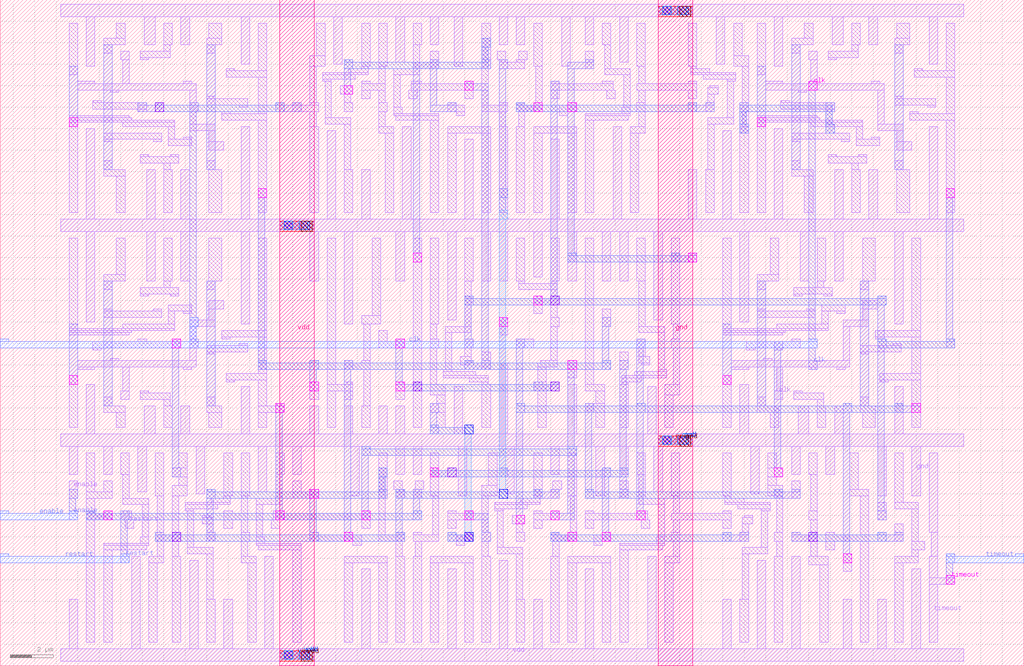
<source format=lef>
VERSION 5.7 ;
  NOWIREEXTENSIONATPIN ON ;
  DIVIDERCHAR "/" ;
  BUSBITCHARS "[]" ;
MACRO Watchdog
  CLASS BLOCK ;
  FOREIGN Watchdog ;
  ORIGIN 2.600 0.000 ;
  SIZE 47.600 BY 31.000 ;
  PIN vdd
    USE POWER ;
    PORT
      LAYER metal1 ;
        RECT 1.400 20.800 1.800 25.000 ;
        RECT 4.200 20.800 4.600 23.100 ;
        RECT 5.800 20.800 6.200 23.100 ;
        RECT 8.600 20.800 9.000 25.100 ;
        RECT 12.600 20.800 13.000 24.900 ;
        RECT 14.200 20.800 14.600 23.100 ;
        RECT 16.100 20.800 16.500 25.100 ;
        RECT 19.000 20.800 19.400 24.500 ;
        RECT 23.000 20.800 23.400 24.500 ;
        RECT 25.900 20.800 26.300 25.100 ;
        RECT 29.400 20.800 29.800 23.100 ;
        RECT 31.000 20.800 31.400 24.900 ;
        RECT 33.400 20.800 33.800 25.000 ;
        RECT 36.200 20.800 36.600 23.100 ;
        RECT 37.800 20.800 38.200 23.100 ;
        RECT 40.600 20.800 41.000 25.100 ;
        RECT 0.200 20.200 42.200 20.800 ;
        RECT 1.400 16.000 1.800 20.200 ;
        RECT 4.200 17.900 4.600 20.200 ;
        RECT 5.800 17.900 6.200 20.200 ;
        RECT 8.600 15.900 9.000 20.200 ;
        RECT 11.800 17.900 12.200 20.200 ;
        RECT 13.400 15.900 13.800 20.200 ;
        RECT 15.800 17.900 16.200 20.200 ;
        RECT 18.200 16.100 18.600 20.200 ;
        RECT 19.800 17.900 20.200 20.200 ;
        RECT 20.600 17.900 21.000 20.200 ;
        RECT 22.200 18.100 22.600 20.200 ;
        RECT 23.800 17.900 24.200 20.200 ;
        RECT 25.400 17.900 25.800 20.200 ;
        RECT 26.200 17.900 26.600 20.200 ;
        RECT 27.800 16.100 28.200 20.200 ;
        RECT 31.800 16.000 32.200 20.200 ;
        RECT 34.600 17.900 35.000 20.200 ;
        RECT 36.200 17.900 36.600 20.200 ;
        RECT 39.000 15.900 39.400 20.200 ;
        RECT 0.600 0.800 1.000 3.100 ;
        RECT 3.500 0.800 3.900 5.100 ;
        RECT 6.200 0.800 6.600 4.900 ;
        RECT 7.800 0.800 8.200 3.100 ;
        RECT 9.700 0.800 10.100 5.100 ;
        RECT 14.200 0.800 14.600 4.500 ;
        RECT 18.200 0.800 18.600 4.500 ;
        RECT 20.600 0.800 21.000 4.900 ;
        RECT 22.200 0.800 22.600 3.100 ;
        RECT 24.600 0.800 25.000 4.500 ;
        RECT 27.500 0.800 27.900 5.100 ;
        RECT 31.000 0.800 31.400 3.100 ;
        RECT 32.600 0.800 33.000 4.900 ;
        RECT 34.200 0.800 34.600 5.100 ;
        RECT 36.600 0.800 37.000 3.100 ;
        RECT 38.200 0.800 38.600 3.100 ;
        RECT 39.800 0.800 40.200 4.500 ;
        RECT 0.200 0.200 42.200 0.800 ;
      LAYER via1 ;
        RECT 10.600 20.300 11.000 20.700 ;
        RECT 11.300 20.300 11.700 20.700 ;
        RECT 10.600 0.300 11.000 0.700 ;
        RECT 11.300 0.300 11.700 0.700 ;
      LAYER metal2 ;
        RECT 10.400 20.300 12.000 20.700 ;
        RECT 10.400 0.300 12.000 0.700 ;
      LAYER via2 ;
        RECT 10.600 20.300 11.000 20.700 ;
        RECT 11.300 20.300 11.700 20.700 ;
        RECT 10.600 0.300 11.000 0.700 ;
        RECT 11.300 0.300 11.700 0.700 ;
      LAYER metal3 ;
        RECT 10.400 20.300 12.000 20.700 ;
        RECT 10.400 0.300 12.000 0.700 ;
      LAYER via3 ;
        RECT 10.600 20.300 11.000 20.700 ;
        RECT 11.400 20.300 11.800 20.700 ;
        RECT 10.600 0.300 11.000 0.700 ;
        RECT 11.400 0.300 11.800 0.700 ;
      LAYER metal4 ;
        RECT 10.400 20.300 12.000 20.700 ;
        RECT 10.400 0.300 12.000 0.700 ;
      LAYER via4 ;
        RECT 10.600 20.300 11.000 20.700 ;
        RECT 11.300 20.300 11.700 20.700 ;
        RECT 10.600 0.300 11.000 0.700 ;
        RECT 11.300 0.300 11.700 0.700 ;
      LAYER metal5 ;
        RECT 10.400 20.200 12.000 20.700 ;
        RECT 10.400 0.200 12.000 0.700 ;
      LAYER via5 ;
        RECT 11.400 20.200 11.900 20.700 ;
        RECT 11.400 0.200 11.900 0.700 ;
      LAYER metal6 ;
        RECT 10.400 0.000 12.000 31.000 ;
    END
  END vdd
  PIN gnd
    USE GROUND ;
    PORT
      LAYER metal1 ;
        RECT 0.200 30.200 42.200 30.800 ;
        RECT 1.400 27.900 1.800 30.200 ;
        RECT 4.100 28.900 4.600 30.200 ;
        RECT 5.800 28.900 6.200 30.200 ;
        RECT 8.600 28.000 9.000 30.200 ;
        RECT 12.900 28.000 13.300 30.200 ;
        RECT 15.800 28.100 16.200 30.200 ;
        RECT 17.400 28.900 17.800 30.200 ;
        RECT 18.500 27.900 18.900 30.200 ;
        RECT 20.600 28.900 21.000 30.200 ;
        RECT 21.400 28.900 21.800 30.200 ;
        RECT 23.500 27.900 23.900 30.200 ;
        RECT 24.600 28.900 25.000 30.200 ;
        RECT 26.200 28.100 26.600 30.200 ;
        RECT 30.700 28.000 31.100 30.200 ;
        RECT 33.400 27.900 33.800 30.200 ;
        RECT 36.100 28.900 36.600 30.200 ;
        RECT 37.800 28.900 38.200 30.200 ;
        RECT 40.600 28.000 41.000 30.200 ;
        RECT 1.400 10.800 1.800 13.100 ;
        RECT 4.100 10.800 4.600 12.100 ;
        RECT 5.800 10.800 6.200 12.100 ;
        RECT 8.600 10.800 9.000 13.000 ;
        RECT 11.800 10.800 12.200 12.100 ;
        RECT 13.400 10.800 13.800 12.100 ;
        RECT 15.000 10.800 15.400 12.100 ;
        RECT 15.800 10.800 16.200 12.100 ;
        RECT 18.500 10.800 18.900 13.000 ;
        RECT 20.600 10.800 21.000 14.100 ;
        RECT 23.800 10.800 24.200 13.100 ;
        RECT 27.500 10.800 27.900 13.000 ;
        RECT 31.800 10.800 32.200 13.100 ;
        RECT 34.500 10.800 35.000 12.100 ;
        RECT 36.200 10.800 36.600 12.100 ;
        RECT 39.000 10.800 39.400 13.000 ;
        RECT 0.200 10.200 42.200 10.800 ;
        RECT 0.600 8.900 1.000 10.200 ;
        RECT 2.200 8.900 2.600 10.200 ;
        RECT 3.800 8.100 4.200 10.200 ;
        RECT 6.500 8.000 6.900 10.200 ;
        RECT 9.400 8.100 9.800 10.200 ;
        RECT 11.000 8.900 11.400 10.200 ;
        RECT 13.700 7.900 14.100 10.200 ;
        RECT 15.800 8.900 16.200 10.200 ;
        RECT 16.600 8.900 17.000 10.200 ;
        RECT 18.700 7.900 19.100 10.200 ;
        RECT 20.900 8.000 21.300 10.200 ;
        RECT 23.000 8.900 23.400 10.200 ;
        RECT 25.100 7.900 25.500 10.200 ;
        RECT 26.200 8.900 26.600 10.200 ;
        RECT 27.800 8.100 28.200 10.200 ;
        RECT 32.300 8.000 32.700 10.200 ;
        RECT 34.200 8.900 34.600 10.200 ;
        RECT 35.800 8.900 36.200 10.200 ;
        RECT 38.200 7.900 38.600 10.200 ;
        RECT 39.800 7.900 40.200 10.200 ;
      LAYER via1 ;
        RECT 28.200 30.300 28.600 30.700 ;
        RECT 28.900 30.300 29.300 30.700 ;
        RECT 28.200 10.300 28.600 10.700 ;
        RECT 28.900 10.300 29.300 10.700 ;
      LAYER metal2 ;
        RECT 28.000 30.300 29.600 30.700 ;
        RECT 28.000 10.300 29.600 10.700 ;
      LAYER via2 ;
        RECT 28.200 30.300 28.600 30.700 ;
        RECT 28.900 30.300 29.300 30.700 ;
        RECT 28.200 10.300 28.600 10.700 ;
        RECT 28.900 10.300 29.300 10.700 ;
      LAYER metal3 ;
        RECT 28.000 30.300 29.600 30.700 ;
        RECT 28.000 10.300 29.600 10.700 ;
      LAYER via3 ;
        RECT 28.200 30.300 28.600 30.700 ;
        RECT 29.000 30.300 29.400 30.700 ;
        RECT 28.200 10.300 28.600 10.700 ;
        RECT 29.000 10.300 29.400 10.700 ;
      LAYER metal4 ;
        RECT 28.000 30.300 29.600 30.700 ;
        RECT 28.000 10.300 29.600 10.700 ;
      LAYER via4 ;
        RECT 28.200 30.300 28.600 30.700 ;
        RECT 28.900 30.300 29.300 30.700 ;
        RECT 28.200 10.300 28.600 10.700 ;
        RECT 28.900 10.300 29.300 10.700 ;
      LAYER metal5 ;
        RECT 28.000 30.200 29.600 30.700 ;
        RECT 28.000 10.200 29.600 10.700 ;
      LAYER via5 ;
        RECT 29.000 30.200 29.500 30.700 ;
        RECT 29.000 10.200 29.500 10.700 ;
      LAYER metal6 ;
        RECT 28.000 0.000 29.600 31.000 ;
    END
  END gnd
  PIN restart
    PORT
      LAYER metal1 ;
        RECT 3.000 6.800 3.500 7.200 ;
        RECT 3.200 6.400 3.600 6.800 ;
      LAYER metal2 ;
        RECT 3.000 6.800 3.400 7.200 ;
        RECT 3.000 5.200 3.300 6.800 ;
        RECT 3.000 4.800 3.400 5.200 ;
      LAYER metal3 ;
        RECT -2.600 5.100 -2.200 5.200 ;
        RECT 3.000 5.100 3.400 5.200 ;
        RECT -2.600 4.800 3.400 5.100 ;
    END
  END restart
  PIN enable
    PORT
      LAYER metal1 ;
        RECT 0.600 7.800 1.000 8.600 ;
      LAYER metal2 ;
        RECT 0.600 7.800 1.000 8.200 ;
        RECT 0.600 7.200 0.900 7.800 ;
        RECT 0.600 6.800 1.000 7.200 ;
      LAYER metal3 ;
        RECT -2.600 7.100 -2.200 7.200 ;
        RECT 0.600 7.100 1.000 7.200 ;
        RECT -2.600 6.800 1.000 7.100 ;
    END
  END enable
  PIN clk
    PORT
      LAYER metal1 ;
        RECT 3.000 28.200 3.400 28.600 ;
        RECT 35.000 28.200 35.400 28.600 ;
        RECT 1.000 27.100 1.800 27.200 ;
        RECT 3.100 27.100 3.400 28.200 ;
        RECT 35.100 27.200 35.400 28.200 ;
        RECT 5.900 27.100 6.300 27.200 ;
        RECT 33.000 27.100 33.800 27.200 ;
        RECT 35.000 27.100 35.400 27.200 ;
        RECT 37.900 27.100 38.300 27.200 ;
        RECT 1.000 26.800 6.500 27.100 ;
        RECT 33.000 26.800 38.500 27.100 ;
        RECT 2.500 26.700 2.900 26.800 ;
        RECT 6.200 26.200 6.500 26.800 ;
        RECT 34.500 26.700 34.900 26.800 ;
        RECT 6.200 25.800 6.600 26.200 ;
        RECT 6.200 25.200 6.500 25.800 ;
        RECT 38.200 25.200 38.500 26.800 ;
        RECT 6.200 24.900 7.400 25.200 ;
        RECT 38.200 24.900 39.400 25.200 ;
        RECT 7.100 24.400 7.400 24.900 ;
        RECT 39.100 24.400 39.400 24.900 ;
        RECT 7.100 24.000 7.800 24.400 ;
        RECT 39.100 24.000 39.800 24.400 ;
        RECT 7.100 16.600 7.800 17.000 ;
        RECT 37.500 16.600 38.200 17.000 ;
        RECT 7.100 16.100 7.400 16.600 ;
        RECT 37.500 16.100 37.800 16.600 ;
        RECT 6.200 15.800 7.400 16.100 ;
        RECT 36.600 15.800 37.800 16.100 ;
        RECT 6.200 15.200 6.500 15.800 ;
        RECT 6.200 14.800 6.600 15.200 ;
        RECT 2.500 14.200 2.900 14.300 ;
        RECT 6.200 14.200 6.500 14.800 ;
        RECT 32.900 14.200 33.300 14.300 ;
        RECT 36.600 14.200 36.900 15.800 ;
        RECT 1.000 13.900 6.500 14.200 ;
        RECT 31.400 13.900 36.900 14.200 ;
        RECT 1.000 13.800 1.800 13.900 ;
        RECT 3.100 12.800 3.400 13.900 ;
        RECT 5.900 13.800 6.300 13.900 ;
        RECT 31.400 13.800 32.200 13.900 ;
        RECT 33.500 12.800 33.800 13.900 ;
        RECT 35.000 13.800 35.400 13.900 ;
        RECT 36.300 13.800 36.700 13.900 ;
        RECT 3.000 12.400 3.400 12.800 ;
        RECT 33.400 12.400 33.800 12.800 ;
      LAYER via1 ;
        RECT 35.000 26.800 35.400 27.200 ;
      LAYER metal2 ;
        RECT 35.000 26.800 35.400 27.200 ;
        RECT 6.200 25.800 6.600 26.200 ;
        RECT 6.200 16.200 6.500 25.800 ;
        RECT 6.200 15.800 6.600 16.200 ;
        RECT 6.200 15.200 6.500 15.800 ;
        RECT 35.000 15.200 35.300 26.800 ;
        RECT 6.200 14.800 6.600 15.200 ;
        RECT 35.000 14.800 35.400 15.200 ;
        RECT 35.000 14.200 35.300 14.800 ;
        RECT 35.000 13.800 35.400 14.200 ;
      LAYER metal3 ;
        RECT 6.200 15.800 6.600 16.200 ;
        RECT -2.600 15.100 -2.200 15.200 ;
        RECT 6.200 15.100 6.500 15.800 ;
        RECT 35.000 15.100 35.400 15.200 ;
        RECT -2.600 14.800 35.400 15.100 ;
    END
  END clk
  PIN timeout
    PORT
      LAYER metal1 ;
        RECT 40.600 6.200 41.000 9.900 ;
        RECT 40.700 5.100 41.000 6.200 ;
        RECT 40.600 4.100 41.000 5.100 ;
        RECT 41.400 4.100 41.800 4.200 ;
        RECT 40.600 3.800 41.800 4.100 ;
        RECT 40.600 1.100 41.000 3.800 ;
      LAYER via1 ;
        RECT 41.400 3.800 41.800 4.200 ;
      LAYER metal2 ;
        RECT 41.400 4.800 41.800 5.200 ;
        RECT 41.400 4.200 41.700 4.800 ;
        RECT 41.400 3.800 41.800 4.200 ;
      LAYER metal3 ;
        RECT 41.400 5.100 41.800 5.200 ;
        RECT 44.600 5.100 45.000 5.200 ;
        RECT 41.400 4.800 45.000 5.100 ;
    END
  END timeout
  OBS
      LAYER metal1 ;
        RECT 0.600 27.500 1.000 29.900 ;
        RECT 2.800 29.200 3.200 29.900 ;
        RECT 2.200 28.900 3.200 29.200 ;
        RECT 5.000 28.900 5.400 29.900 ;
        RECT 7.100 29.200 7.700 29.900 ;
        RECT 7.000 28.900 7.700 29.200 ;
        RECT 2.200 28.500 2.600 28.900 ;
        RECT 5.000 28.600 5.300 28.900 ;
        RECT 3.900 28.300 5.300 28.600 ;
        RECT 7.000 28.500 7.400 28.900 ;
        RECT 3.900 28.200 4.300 28.300 ;
        RECT 7.900 27.700 8.300 27.800 ;
        RECT 9.400 27.700 9.800 29.900 ;
        RECT 12.100 28.400 12.500 29.900 ;
        RECT 7.900 27.400 9.800 27.700 ;
        RECT 7.000 26.400 7.400 26.500 ;
        RECT 1.700 26.200 2.100 26.300 ;
        RECT 1.700 25.900 4.200 26.200 ;
        RECT 7.000 26.100 8.900 26.400 ;
        RECT 8.500 26.000 8.900 26.100 ;
        RECT 3.800 25.800 4.200 25.900 ;
        RECT 7.700 25.700 8.100 25.800 ;
        RECT 9.400 25.700 9.800 27.400 ;
        RECT 11.800 27.900 12.500 28.400 ;
        RECT 14.200 27.900 14.600 29.900 ;
        RECT 15.000 27.900 15.400 29.900 ;
        RECT 16.600 28.900 17.000 29.900 ;
        RECT 11.800 26.200 12.100 27.900 ;
        RECT 14.200 27.800 14.500 27.900 ;
        RECT 13.600 27.600 14.500 27.800 ;
        RECT 12.400 27.500 14.500 27.600 ;
        RECT 12.400 27.300 13.900 27.500 ;
        RECT 12.400 27.200 12.800 27.300 ;
        RECT 11.000 26.100 11.400 26.200 ;
        RECT 11.800 26.100 12.200 26.200 ;
        RECT 11.000 25.800 12.200 26.100 ;
        RECT 0.600 25.500 3.400 25.600 ;
        RECT 0.600 25.400 3.500 25.500 ;
        RECT 7.700 25.400 9.800 25.700 ;
        RECT 0.600 25.300 5.500 25.400 ;
        RECT 0.600 21.100 1.000 25.300 ;
        RECT 3.100 25.100 5.500 25.300 ;
        RECT 2.200 24.500 4.900 24.800 ;
        RECT 2.200 24.400 2.600 24.500 ;
        RECT 4.500 24.400 4.900 24.500 ;
        RECT 5.200 24.500 5.500 25.100 ;
        RECT 5.900 24.500 6.300 24.600 ;
        RECT 5.200 24.200 6.300 24.500 ;
        RECT 3.900 23.700 4.300 23.800 ;
        RECT 5.300 23.700 5.700 23.800 ;
        RECT 2.200 23.100 2.600 23.500 ;
        RECT 3.900 23.400 5.700 23.700 ;
        RECT 5.000 23.100 5.300 23.400 ;
        RECT 7.000 23.100 7.400 23.500 ;
        RECT 2.200 22.800 3.200 23.100 ;
        RECT 2.800 21.100 3.200 22.800 ;
        RECT 5.000 21.100 5.400 23.100 ;
        RECT 7.100 21.100 7.700 23.100 ;
        RECT 9.400 21.100 9.800 25.400 ;
        RECT 11.800 25.100 12.100 25.800 ;
        RECT 12.500 25.500 12.800 27.200 ;
        RECT 14.200 27.100 14.600 27.200 ;
        RECT 15.000 27.100 15.300 27.900 ;
        RECT 16.600 27.800 16.900 28.900 ;
        RECT 17.400 27.800 17.800 28.600 ;
        RECT 19.800 27.800 20.200 29.900 ;
        RECT 20.500 28.200 20.900 28.600 ;
        RECT 21.500 28.200 21.900 28.600 ;
        RECT 20.600 28.100 21.000 28.200 ;
        RECT 21.400 28.100 21.800 28.200 ;
        RECT 20.600 27.800 21.800 28.100 ;
        RECT 22.200 27.900 22.600 29.900 ;
        RECT 25.400 28.900 25.800 29.900 ;
        RECT 13.200 26.600 13.800 27.000 ;
        RECT 14.200 26.800 15.300 27.100 ;
        RECT 13.400 26.200 13.700 26.600 ;
        RECT 14.200 26.400 14.600 26.800 ;
        RECT 15.000 26.200 15.300 26.800 ;
        RECT 15.700 27.500 16.900 27.800 ;
        RECT 13.400 25.800 13.800 26.200 ;
        RECT 15.000 25.800 15.400 26.200 ;
        RECT 15.700 26.000 16.000 27.500 ;
        RECT 16.500 27.100 17.000 27.200 ;
        RECT 19.000 27.100 19.400 27.200 ;
        RECT 16.500 26.800 19.400 27.100 ;
        RECT 16.400 26.400 16.800 26.800 ;
        RECT 19.000 26.400 19.400 26.800 ;
        RECT 18.200 26.100 18.600 26.200 ;
        RECT 19.800 26.100 20.100 27.800 ;
        RECT 22.300 26.200 22.600 27.900 ;
        RECT 24.600 27.800 25.000 28.600 ;
        RECT 25.500 27.800 25.800 28.900 ;
        RECT 27.000 27.900 27.400 29.900 ;
        RECT 29.400 27.900 29.800 29.900 ;
        RECT 31.500 28.400 31.900 29.900 ;
        RECT 31.500 27.900 32.200 28.400 ;
        RECT 25.500 27.500 26.700 27.800 ;
        RECT 23.000 27.100 23.400 27.200 ;
        RECT 25.400 27.100 25.900 27.200 ;
        RECT 23.000 26.800 25.900 27.100 ;
        RECT 23.000 26.400 23.400 26.800 ;
        RECT 25.600 26.400 26.000 26.800 ;
        RECT 20.600 26.100 21.000 26.200 ;
        RECT 12.500 25.200 13.700 25.500 ;
        RECT 11.800 21.100 12.200 25.100 ;
        RECT 13.400 23.100 13.700 25.200 ;
        RECT 15.000 25.100 15.300 25.800 ;
        RECT 15.700 25.700 16.100 26.000 ;
        RECT 18.200 25.800 19.000 26.100 ;
        RECT 19.800 25.800 21.000 26.100 ;
        RECT 21.400 26.100 21.800 26.200 ;
        RECT 22.200 26.100 22.600 26.200 ;
        RECT 23.800 26.100 24.200 26.200 ;
        RECT 21.400 25.800 22.600 26.100 ;
        RECT 23.400 25.800 24.200 26.100 ;
        RECT 26.400 26.000 26.700 27.500 ;
        RECT 27.100 27.100 27.400 27.900 ;
        RECT 29.500 27.800 29.800 27.900 ;
        RECT 29.500 27.600 30.400 27.800 ;
        RECT 29.500 27.500 31.600 27.600 ;
        RECT 30.100 27.300 31.600 27.500 ;
        RECT 31.200 27.200 31.600 27.300 ;
        RECT 29.400 27.100 29.800 27.200 ;
        RECT 27.000 26.800 29.800 27.100 ;
        RECT 30.400 26.900 30.800 27.000 ;
        RECT 27.100 26.200 27.400 26.800 ;
        RECT 29.400 26.400 29.800 26.800 ;
        RECT 30.300 26.600 30.800 26.900 ;
        RECT 30.300 26.200 30.600 26.600 ;
        RECT 15.700 25.600 17.800 25.700 ;
        RECT 18.600 25.600 19.000 25.800 ;
        RECT 15.800 25.400 17.800 25.600 ;
        RECT 15.000 24.800 15.700 25.100 ;
        RECT 13.400 21.100 13.800 23.100 ;
        RECT 15.300 21.100 15.700 24.800 ;
        RECT 17.400 21.100 17.800 25.400 ;
        RECT 20.600 25.100 20.900 25.800 ;
        RECT 21.500 25.100 21.800 25.800 ;
        RECT 23.400 25.600 23.800 25.800 ;
        RECT 26.300 25.700 26.700 26.000 ;
        RECT 27.000 25.800 27.400 26.200 ;
        RECT 30.200 25.800 30.600 26.200 ;
        RECT 24.600 25.600 26.700 25.700 ;
        RECT 24.600 25.400 26.600 25.600 ;
        RECT 18.200 24.800 20.200 25.100 ;
        RECT 18.200 21.100 18.600 24.800 ;
        RECT 19.800 21.100 20.200 24.800 ;
        RECT 20.600 21.100 21.000 25.100 ;
        RECT 21.400 21.100 21.800 25.100 ;
        RECT 22.200 24.800 24.200 25.100 ;
        RECT 22.200 21.100 22.600 24.800 ;
        RECT 23.800 21.100 24.200 24.800 ;
        RECT 24.600 21.100 25.000 25.400 ;
        RECT 27.100 25.100 27.400 25.800 ;
        RECT 31.200 25.500 31.500 27.200 ;
        RECT 31.900 26.200 32.200 27.900 ;
        RECT 32.600 27.500 33.000 29.900 ;
        RECT 34.800 29.200 35.200 29.900 ;
        RECT 34.200 28.900 35.200 29.200 ;
        RECT 37.000 28.900 37.400 29.900 ;
        RECT 39.100 29.200 39.700 29.900 ;
        RECT 39.000 28.900 39.700 29.200 ;
        RECT 34.200 28.500 34.600 28.900 ;
        RECT 37.000 28.600 37.300 28.900 ;
        RECT 35.900 28.300 37.300 28.600 ;
        RECT 39.000 28.500 39.400 28.900 ;
        RECT 35.900 28.200 36.300 28.300 ;
        RECT 39.900 27.700 40.300 27.800 ;
        RECT 41.400 27.700 41.800 29.900 ;
        RECT 39.900 27.400 41.800 27.700 ;
        RECT 39.000 26.400 39.400 26.500 ;
        RECT 31.800 25.800 32.200 26.200 ;
        RECT 33.700 26.200 34.100 26.300 ;
        RECT 33.700 25.900 36.200 26.200 ;
        RECT 39.000 26.100 40.900 26.400 ;
        RECT 40.500 26.000 40.900 26.100 ;
        RECT 35.800 25.800 36.200 25.900 ;
        RECT 26.700 24.800 27.400 25.100 ;
        RECT 30.300 25.200 31.500 25.500 ;
        RECT 26.700 21.100 27.100 24.800 ;
        RECT 30.300 23.100 30.600 25.200 ;
        RECT 31.900 25.100 32.200 25.800 ;
        RECT 39.700 25.700 40.100 25.800 ;
        RECT 41.400 25.700 41.800 27.400 ;
        RECT 30.200 21.100 30.600 23.100 ;
        RECT 31.800 21.100 32.200 25.100 ;
        RECT 32.600 25.500 35.400 25.600 ;
        RECT 32.600 25.400 35.500 25.500 ;
        RECT 39.700 25.400 41.800 25.700 ;
        RECT 32.600 25.300 37.500 25.400 ;
        RECT 32.600 21.100 33.000 25.300 ;
        RECT 35.100 25.100 37.500 25.300 ;
        RECT 34.200 24.500 36.900 24.800 ;
        RECT 34.200 24.400 34.600 24.500 ;
        RECT 36.500 24.400 36.900 24.500 ;
        RECT 37.200 24.500 37.500 25.100 ;
        RECT 37.900 24.500 38.300 24.600 ;
        RECT 37.200 24.200 38.300 24.500 ;
        RECT 35.900 23.700 36.300 23.800 ;
        RECT 37.300 23.700 37.700 23.800 ;
        RECT 34.200 23.100 34.600 23.500 ;
        RECT 35.900 23.400 37.700 23.700 ;
        RECT 37.000 23.100 37.300 23.400 ;
        RECT 39.000 23.100 39.400 23.500 ;
        RECT 34.200 22.800 35.200 23.100 ;
        RECT 34.800 21.100 35.200 22.800 ;
        RECT 37.000 21.100 37.400 23.100 ;
        RECT 39.100 21.100 39.700 23.100 ;
        RECT 41.400 21.100 41.800 25.400 ;
        RECT 0.600 15.700 1.000 19.900 ;
        RECT 2.800 18.200 3.200 19.900 ;
        RECT 2.200 17.900 3.200 18.200 ;
        RECT 5.000 17.900 5.400 19.900 ;
        RECT 7.100 17.900 7.700 19.900 ;
        RECT 2.200 17.500 2.600 17.900 ;
        RECT 5.000 17.600 5.300 17.900 ;
        RECT 3.900 17.300 5.700 17.600 ;
        RECT 7.000 17.500 7.400 17.900 ;
        RECT 3.900 17.200 4.300 17.300 ;
        RECT 5.300 17.200 5.700 17.300 ;
        RECT 2.200 16.500 2.600 16.600 ;
        RECT 4.500 16.500 4.900 16.600 ;
        RECT 2.200 16.200 4.900 16.500 ;
        RECT 5.200 16.500 6.300 16.800 ;
        RECT 5.200 15.900 5.500 16.500 ;
        RECT 5.900 16.400 6.300 16.500 ;
        RECT 3.100 15.700 5.500 15.900 ;
        RECT 0.600 15.600 5.500 15.700 ;
        RECT 9.400 15.600 9.800 19.900 ;
        RECT 0.600 15.500 3.500 15.600 ;
        RECT 0.600 15.400 3.400 15.500 ;
        RECT 7.700 15.300 9.800 15.600 ;
        RECT 7.700 15.200 8.100 15.300 ;
        RECT 3.800 15.100 4.200 15.200 ;
        RECT 5.400 15.100 5.800 15.200 ;
        RECT 1.700 14.800 5.800 15.100 ;
        RECT 8.500 14.900 8.900 15.000 ;
        RECT 1.700 14.700 2.100 14.800 ;
        RECT 7.000 14.600 8.900 14.900 ;
        RECT 7.000 14.500 7.400 14.600 ;
        RECT 9.400 13.600 9.800 15.300 ;
        RECT 0.600 11.100 1.000 13.500 ;
        RECT 7.900 13.300 9.800 13.600 ;
        RECT 7.900 13.200 8.300 13.300 ;
        RECT 3.900 12.700 4.300 12.800 ;
        RECT 2.200 12.100 2.600 12.500 ;
        RECT 3.900 12.400 5.300 12.700 ;
        RECT 5.000 12.100 5.300 12.400 ;
        RECT 7.000 12.100 7.400 12.500 ;
        RECT 9.400 12.100 9.800 13.300 ;
        RECT 11.800 12.400 12.200 13.200 ;
        RECT 12.600 13.100 13.000 19.900 ;
        RECT 14.700 16.300 15.100 19.900 ;
        RECT 14.200 15.900 15.100 16.300 ;
        RECT 14.300 14.200 14.600 15.900 ;
        RECT 15.000 15.100 15.400 15.600 ;
        RECT 15.800 15.100 16.200 15.200 ;
        RECT 15.000 14.800 16.200 15.100 ;
        RECT 13.400 14.100 13.800 14.200 ;
        RECT 14.200 14.100 14.600 14.200 ;
        RECT 13.400 13.800 14.600 14.100 ;
        RECT 13.400 13.100 13.800 13.200 ;
        RECT 12.600 12.800 13.800 13.100 ;
        RECT 10.200 12.100 10.600 12.200 ;
        RECT 2.200 11.800 3.200 12.100 ;
        RECT 2.800 11.100 3.200 11.800 ;
        RECT 5.000 11.100 5.400 12.100 ;
        RECT 7.000 11.800 7.700 12.100 ;
        RECT 7.100 11.100 7.700 11.800 ;
        RECT 9.400 11.800 10.600 12.100 ;
        RECT 9.400 11.100 9.800 11.800 ;
        RECT 12.600 11.100 13.000 12.800 ;
        RECT 13.400 12.400 13.800 12.800 ;
        RECT 14.300 12.100 14.600 13.800 ;
        RECT 15.800 12.400 16.200 13.200 ;
        RECT 14.200 11.100 14.600 12.100 ;
        RECT 16.600 11.100 17.000 19.900 ;
        RECT 17.400 15.900 17.800 19.900 ;
        RECT 19.000 17.900 19.400 19.900 ;
        RECT 21.400 17.900 21.800 19.900 ;
        RECT 17.400 15.200 17.700 15.900 ;
        RECT 19.000 15.800 19.300 17.900 ;
        RECT 21.500 17.800 21.800 17.900 ;
        RECT 23.000 17.900 23.400 19.900 ;
        RECT 23.000 17.800 23.300 17.900 ;
        RECT 21.500 17.500 23.300 17.800 ;
        RECT 22.200 16.400 22.600 17.200 ;
        RECT 23.000 16.200 23.300 17.500 ;
        RECT 18.100 15.500 19.300 15.800 ;
        RECT 17.400 14.800 17.800 15.200 ;
        RECT 17.400 13.100 17.700 14.800 ;
        RECT 18.100 13.800 18.400 15.500 ;
        RECT 20.600 15.400 21.000 16.200 ;
        RECT 23.000 15.800 23.400 16.200 ;
        RECT 19.000 14.800 19.400 15.200 ;
        RECT 21.400 14.800 22.200 15.200 ;
        RECT 19.000 14.400 19.300 14.800 ;
        RECT 18.800 14.100 19.300 14.400 ;
        RECT 18.800 14.000 19.200 14.100 ;
        RECT 19.800 13.800 20.200 14.600 ;
        RECT 23.000 14.200 23.300 15.800 ;
        RECT 22.500 14.100 23.300 14.200 ;
        RECT 22.400 13.900 23.300 14.100 ;
        RECT 18.000 13.700 18.400 13.800 ;
        RECT 18.000 13.500 19.500 13.700 ;
        RECT 18.000 13.400 20.100 13.500 ;
        RECT 19.200 13.200 20.100 13.400 ;
        RECT 22.400 13.200 22.800 13.900 ;
        RECT 23.800 13.400 24.200 14.200 ;
        RECT 19.800 13.100 20.100 13.200 ;
        RECT 17.400 12.600 18.100 13.100 ;
        RECT 17.700 12.200 18.100 12.600 ;
        RECT 17.400 11.800 18.100 12.200 ;
        RECT 17.700 11.100 18.100 11.800 ;
        RECT 19.800 11.100 20.200 13.100 ;
        RECT 22.200 12.800 22.800 13.200 ;
        RECT 24.600 13.100 25.000 19.900 ;
        RECT 27.000 17.900 27.400 19.900 ;
        RECT 25.400 15.800 25.800 16.600 ;
        RECT 27.100 15.800 27.400 17.900 ;
        RECT 28.600 19.100 29.000 19.900 ;
        RECT 29.400 19.100 29.800 19.200 ;
        RECT 28.600 18.800 29.800 19.100 ;
        RECT 28.600 15.900 29.000 18.800 ;
        RECT 27.100 15.500 28.300 15.800 ;
        RECT 27.000 14.800 27.400 15.200 ;
        RECT 26.200 13.800 26.600 14.600 ;
        RECT 27.100 14.400 27.400 14.800 ;
        RECT 27.100 14.100 27.600 14.400 ;
        RECT 27.200 14.000 27.600 14.100 ;
        RECT 28.000 13.800 28.300 15.500 ;
        RECT 28.700 15.200 29.000 15.900 ;
        RECT 31.000 15.700 31.400 19.900 ;
        RECT 33.200 18.200 33.600 19.900 ;
        RECT 32.600 17.900 33.600 18.200 ;
        RECT 35.400 17.900 35.800 19.900 ;
        RECT 37.500 17.900 38.100 19.900 ;
        RECT 32.600 17.500 33.000 17.900 ;
        RECT 35.400 17.600 35.700 17.900 ;
        RECT 34.300 17.300 36.100 17.600 ;
        RECT 37.400 17.500 37.800 17.900 ;
        RECT 34.300 17.200 34.700 17.300 ;
        RECT 35.700 17.200 36.100 17.300 ;
        RECT 32.600 16.500 33.000 16.600 ;
        RECT 34.900 16.500 35.300 16.600 ;
        RECT 32.600 16.200 35.300 16.500 ;
        RECT 35.600 16.500 36.700 16.800 ;
        RECT 35.600 15.900 35.900 16.500 ;
        RECT 36.300 16.400 36.700 16.500 ;
        RECT 33.500 15.700 35.900 15.900 ;
        RECT 31.000 15.600 35.900 15.700 ;
        RECT 39.800 15.600 40.200 19.900 ;
        RECT 31.000 15.500 33.900 15.600 ;
        RECT 31.000 15.400 33.800 15.500 ;
        RECT 38.100 15.300 40.200 15.600 ;
        RECT 38.100 15.200 38.500 15.300 ;
        RECT 28.600 14.800 29.000 15.200 ;
        RECT 34.200 15.100 34.600 15.200 ;
        RECT 28.000 13.700 28.400 13.800 ;
        RECT 26.900 13.500 28.400 13.700 ;
        RECT 26.300 13.400 28.400 13.500 ;
        RECT 26.300 13.200 27.200 13.400 ;
        RECT 26.300 13.100 26.600 13.200 ;
        RECT 28.700 13.100 29.000 14.800 ;
        RECT 32.100 14.800 34.600 15.100 ;
        RECT 38.900 14.900 39.300 15.000 ;
        RECT 32.100 14.700 32.500 14.800 ;
        RECT 33.400 14.700 33.800 14.800 ;
        RECT 37.400 14.600 39.300 14.900 ;
        RECT 37.400 14.500 37.800 14.600 ;
        RECT 39.800 13.600 40.200 15.300 ;
        RECT 24.600 12.800 25.500 13.100 ;
        RECT 22.400 11.100 22.800 12.800 ;
        RECT 25.100 12.200 25.500 12.800 ;
        RECT 24.600 11.800 25.500 12.200 ;
        RECT 25.100 11.100 25.500 11.800 ;
        RECT 26.200 11.100 26.600 13.100 ;
        RECT 28.300 12.600 29.000 13.100 ;
        RECT 28.300 11.100 28.700 12.600 ;
        RECT 31.000 11.100 31.400 13.500 ;
        RECT 38.300 13.300 40.200 13.600 ;
        RECT 38.300 13.200 38.700 13.300 ;
        RECT 34.300 12.700 34.700 12.800 ;
        RECT 32.600 12.100 33.000 12.500 ;
        RECT 34.300 12.400 35.700 12.700 ;
        RECT 35.400 12.100 35.700 12.400 ;
        RECT 37.400 12.100 37.800 12.500 ;
        RECT 32.600 11.800 33.600 12.100 ;
        RECT 33.200 11.100 33.600 11.800 ;
        RECT 35.400 11.100 35.800 12.100 ;
        RECT 37.400 11.800 38.100 12.100 ;
        RECT 37.500 11.100 38.100 11.800 ;
        RECT 39.800 11.100 40.200 13.300 ;
        RECT 1.400 8.100 1.800 9.900 ;
        RECT 3.000 8.900 3.400 9.900 ;
        RECT 2.200 8.100 2.600 8.600 ;
        RECT 1.400 7.800 2.600 8.100 ;
        RECT 3.100 7.800 3.400 8.900 ;
        RECT 4.600 7.900 5.000 9.900 ;
        RECT 5.700 9.200 6.100 9.900 ;
        RECT 5.400 8.800 6.100 9.200 ;
        RECT 5.700 8.400 6.100 8.800 ;
        RECT 1.400 7.100 1.800 7.800 ;
        RECT 3.100 7.500 4.300 7.800 ;
        RECT 2.200 7.100 2.600 7.200 ;
        RECT 1.400 6.800 2.600 7.100 ;
        RECT 1.400 1.100 1.800 6.800 ;
        RECT 4.000 6.000 4.300 7.500 ;
        RECT 4.700 6.200 5.000 7.900 ;
        RECT 3.900 5.700 4.300 6.000 ;
        RECT 4.600 5.800 5.000 6.200 ;
        RECT 2.200 5.600 4.300 5.700 ;
        RECT 2.200 5.400 4.200 5.600 ;
        RECT 2.200 1.100 2.600 5.400 ;
        RECT 4.700 5.100 5.000 5.800 ;
        RECT 4.300 4.800 5.000 5.100 ;
        RECT 5.400 7.900 6.100 8.400 ;
        RECT 7.800 7.900 8.200 9.900 ;
        RECT 8.600 7.900 9.000 9.900 ;
        RECT 10.200 8.900 10.600 9.900 ;
        RECT 5.400 6.200 5.700 7.900 ;
        RECT 7.800 7.800 8.100 7.900 ;
        RECT 7.200 7.600 8.100 7.800 ;
        RECT 6.000 7.500 8.100 7.600 ;
        RECT 6.000 7.300 7.500 7.500 ;
        RECT 6.000 7.200 6.400 7.300 ;
        RECT 5.400 5.800 5.800 6.200 ;
        RECT 5.400 5.100 5.700 5.800 ;
        RECT 6.100 5.500 6.400 7.200 ;
        RECT 7.800 7.100 8.200 7.200 ;
        RECT 8.600 7.100 8.900 7.900 ;
        RECT 10.200 7.800 10.500 8.900 ;
        RECT 11.000 8.100 11.400 8.600 ;
        RECT 11.800 8.100 12.200 8.200 ;
        RECT 11.000 7.800 12.200 8.100 ;
        RECT 15.000 7.800 15.400 9.900 ;
        RECT 15.700 8.200 16.100 8.600 ;
        RECT 16.700 8.200 17.100 8.600 ;
        RECT 15.800 7.800 16.200 8.200 ;
        RECT 16.600 7.800 17.000 8.200 ;
        RECT 17.400 7.900 17.800 9.900 ;
        RECT 20.100 8.400 20.500 9.900 ;
        RECT 6.800 6.900 7.200 7.000 ;
        RECT 6.800 6.600 7.300 6.900 ;
        RECT 7.000 6.200 7.300 6.600 ;
        RECT 7.800 6.800 8.900 7.100 ;
        RECT 7.800 6.400 8.200 6.800 ;
        RECT 8.600 6.200 8.900 6.800 ;
        RECT 9.300 7.500 10.500 7.800 ;
        RECT 7.000 5.800 7.400 6.200 ;
        RECT 8.600 5.800 9.000 6.200 ;
        RECT 9.300 6.000 9.600 7.500 ;
        RECT 10.100 7.100 10.600 7.200 ;
        RECT 14.200 7.100 14.600 7.200 ;
        RECT 10.100 6.800 14.600 7.100 ;
        RECT 10.000 6.400 10.400 6.800 ;
        RECT 14.200 6.400 14.600 6.800 ;
        RECT 11.800 6.100 12.200 6.200 ;
        RECT 13.400 6.100 13.800 6.200 ;
        RECT 15.000 6.100 15.300 7.800 ;
        RECT 15.800 6.100 16.200 6.200 ;
        RECT 6.100 5.200 7.300 5.500 ;
        RECT 4.300 1.100 4.700 4.800 ;
        RECT 5.400 1.100 5.800 5.100 ;
        RECT 7.000 3.100 7.300 5.200 ;
        RECT 8.600 5.100 8.900 5.800 ;
        RECT 9.300 5.700 9.700 6.000 ;
        RECT 11.800 5.800 14.200 6.100 ;
        RECT 15.000 5.800 16.200 6.100 ;
        RECT 16.600 6.100 17.000 6.200 ;
        RECT 17.500 6.100 17.800 7.900 ;
        RECT 19.800 7.900 20.500 8.400 ;
        RECT 22.200 7.900 22.600 9.900 ;
        RECT 23.100 8.200 23.500 8.600 ;
        RECT 18.200 7.100 18.600 7.200 ;
        RECT 19.000 7.100 19.400 7.200 ;
        RECT 18.200 6.800 19.400 7.100 ;
        RECT 18.200 6.400 18.600 6.800 ;
        RECT 19.800 6.200 20.100 7.900 ;
        RECT 22.200 7.800 22.500 7.900 ;
        RECT 23.000 7.800 23.400 8.200 ;
        RECT 23.800 7.900 24.200 9.900 ;
        RECT 27.000 8.900 27.400 9.900 ;
        RECT 21.600 7.600 22.500 7.800 ;
        RECT 20.400 7.500 22.500 7.600 ;
        RECT 20.400 7.300 21.900 7.500 ;
        RECT 20.400 7.200 20.800 7.300 ;
        RECT 19.000 6.100 19.400 6.200 ;
        RECT 16.600 5.800 17.800 6.100 ;
        RECT 18.600 5.800 19.400 6.100 ;
        RECT 19.800 5.800 20.200 6.200 ;
        RECT 9.300 5.600 11.400 5.700 ;
        RECT 13.800 5.600 14.200 5.800 ;
        RECT 9.400 5.400 11.400 5.600 ;
        RECT 8.600 4.800 9.300 5.100 ;
        RECT 7.000 1.100 7.400 3.100 ;
        RECT 8.900 1.100 9.300 4.800 ;
        RECT 11.000 1.100 11.400 5.400 ;
        RECT 15.800 5.100 16.100 5.800 ;
        RECT 16.700 5.100 17.000 5.800 ;
        RECT 18.600 5.600 19.000 5.800 ;
        RECT 19.800 5.100 20.100 5.800 ;
        RECT 20.500 5.500 20.800 7.200 ;
        RECT 22.200 7.100 22.600 7.200 ;
        RECT 23.000 7.100 23.400 7.200 ;
        RECT 21.200 6.600 21.800 7.000 ;
        RECT 22.200 6.800 23.400 7.100 ;
        RECT 21.400 6.200 21.700 6.600 ;
        RECT 22.200 6.400 22.600 6.800 ;
        RECT 23.900 6.200 24.200 7.900 ;
        RECT 26.200 7.800 26.600 8.600 ;
        RECT 27.100 7.800 27.400 8.900 ;
        RECT 28.600 7.900 29.000 9.900 ;
        RECT 31.000 7.900 31.400 9.900 ;
        RECT 33.100 9.200 33.500 9.900 ;
        RECT 33.100 8.800 33.800 9.200 ;
        RECT 35.000 8.900 35.400 9.900 ;
        RECT 33.100 8.400 33.500 8.800 ;
        RECT 33.100 7.900 33.800 8.400 ;
        RECT 27.100 7.500 28.300 7.800 ;
        RECT 24.600 7.100 25.000 7.200 ;
        RECT 27.000 7.100 27.500 7.200 ;
        RECT 24.600 6.800 27.500 7.100 ;
        RECT 24.600 6.400 25.000 6.800 ;
        RECT 27.200 6.400 27.600 6.800 ;
        RECT 21.400 5.800 21.800 6.200 ;
        RECT 23.000 6.100 23.400 6.200 ;
        RECT 23.800 6.100 24.200 6.200 ;
        RECT 25.400 6.100 25.800 6.200 ;
        RECT 23.000 5.800 24.200 6.100 ;
        RECT 25.000 5.800 25.800 6.100 ;
        RECT 28.000 6.000 28.300 7.500 ;
        RECT 28.700 7.100 29.000 7.900 ;
        RECT 31.100 7.800 31.400 7.900 ;
        RECT 31.100 7.600 32.000 7.800 ;
        RECT 31.100 7.500 33.200 7.600 ;
        RECT 31.700 7.300 33.200 7.500 ;
        RECT 32.800 7.200 33.200 7.300 ;
        RECT 31.000 7.100 31.400 7.200 ;
        RECT 28.600 6.800 31.400 7.100 ;
        RECT 32.000 6.900 32.400 7.000 ;
        RECT 28.700 6.200 29.000 6.800 ;
        RECT 31.000 6.400 31.400 6.800 ;
        RECT 31.900 6.600 32.400 6.900 ;
        RECT 31.900 6.200 32.200 6.600 ;
        RECT 20.500 5.200 21.700 5.500 ;
        RECT 13.400 4.800 15.400 5.100 ;
        RECT 13.400 1.100 13.800 4.800 ;
        RECT 15.000 1.100 15.400 4.800 ;
        RECT 15.800 1.100 16.200 5.100 ;
        RECT 16.600 1.100 17.000 5.100 ;
        RECT 17.400 4.800 19.400 5.100 ;
        RECT 17.400 1.100 17.800 4.800 ;
        RECT 19.000 1.100 19.400 4.800 ;
        RECT 19.800 1.100 20.200 5.100 ;
        RECT 21.400 3.100 21.700 5.200 ;
        RECT 23.100 5.100 23.400 5.800 ;
        RECT 25.000 5.600 25.400 5.800 ;
        RECT 27.900 5.700 28.300 6.000 ;
        RECT 28.600 5.800 29.000 6.200 ;
        RECT 31.800 5.800 32.200 6.200 ;
        RECT 26.200 5.600 28.300 5.700 ;
        RECT 26.200 5.400 28.200 5.600 ;
        RECT 21.400 1.100 21.800 3.100 ;
        RECT 23.000 1.100 23.400 5.100 ;
        RECT 23.800 4.800 25.800 5.100 ;
        RECT 23.800 1.100 24.200 4.800 ;
        RECT 25.400 1.100 25.800 4.800 ;
        RECT 26.200 1.100 26.600 5.400 ;
        RECT 28.700 5.100 29.000 5.800 ;
        RECT 32.800 5.500 33.100 7.200 ;
        RECT 33.500 6.200 33.800 7.900 ;
        RECT 34.200 7.800 34.600 8.600 ;
        RECT 35.100 7.200 35.400 8.900 ;
        RECT 36.900 8.200 37.300 9.900 ;
        RECT 36.900 7.900 37.800 8.200 ;
        RECT 35.000 6.800 35.400 7.200 ;
        RECT 33.400 5.800 33.800 6.200 ;
        RECT 34.200 6.100 34.600 6.200 ;
        RECT 35.100 6.100 35.400 6.800 ;
        RECT 34.200 5.800 35.400 6.100 ;
        RECT 28.300 4.800 29.000 5.100 ;
        RECT 31.900 5.200 33.100 5.500 ;
        RECT 28.300 1.100 28.700 4.800 ;
        RECT 31.900 3.100 32.200 5.200 ;
        RECT 33.500 5.100 33.800 5.800 ;
        RECT 35.100 5.100 35.400 5.800 ;
        RECT 35.800 6.100 36.200 6.200 ;
        RECT 37.400 6.100 37.800 7.900 ;
        RECT 39.000 7.600 39.400 9.900 ;
        RECT 38.200 6.800 38.600 7.600 ;
        RECT 39.000 7.300 40.100 7.600 ;
        RECT 35.800 5.800 37.800 6.100 ;
        RECT 39.000 5.800 39.400 6.600 ;
        RECT 39.800 5.800 40.100 7.300 ;
        RECT 35.800 5.400 36.200 5.800 ;
        RECT 31.800 1.100 32.200 3.100 ;
        RECT 33.400 1.100 33.800 5.100 ;
        RECT 35.000 4.700 35.900 5.100 ;
        RECT 35.500 1.100 35.900 4.700 ;
        RECT 36.600 4.400 37.000 5.200 ;
        RECT 37.400 1.100 37.800 5.800 ;
        RECT 39.800 5.400 40.400 5.800 ;
        RECT 39.800 5.100 40.100 5.400 ;
        RECT 39.000 4.800 40.100 5.100 ;
        RECT 39.000 1.100 39.400 4.800 ;
      LAYER via1 ;
        RECT 0.600 25.100 1.000 25.500 ;
        RECT 9.400 21.800 9.800 22.200 ;
        RECT 13.400 26.600 13.800 27.000 ;
        RECT 19.000 26.800 19.400 27.200 ;
        RECT 22.200 25.800 22.600 26.200 ;
        RECT 23.800 25.800 24.200 26.200 ;
        RECT 32.600 25.100 33.000 25.500 ;
        RECT 41.400 21.800 41.800 22.200 ;
        RECT 5.400 14.800 5.800 15.200 ;
        RECT 0.600 13.100 1.000 13.500 ;
        RECT 11.800 12.800 12.200 13.200 ;
        RECT 16.600 18.800 17.000 19.200 ;
        RECT 15.800 14.800 16.200 15.200 ;
        RECT 10.200 11.800 10.600 12.200 ;
        RECT 15.800 12.800 16.200 13.200 ;
        RECT 22.200 16.800 22.600 17.200 ;
        RECT 20.600 15.800 21.000 16.200 ;
        RECT 23.800 13.800 24.200 14.200 ;
        RECT 29.400 18.800 29.800 19.200 ;
        RECT 31.000 13.100 31.400 13.500 ;
        RECT 39.800 11.800 40.200 12.200 ;
        RECT 2.200 6.800 2.600 7.200 ;
        RECT 17.400 8.800 17.800 9.200 ;
        RECT 11.800 7.800 12.200 8.200 ;
        RECT 10.200 6.800 10.600 7.200 ;
        RECT 14.200 6.800 14.600 7.200 ;
        RECT 13.400 5.800 13.800 6.200 ;
        RECT 19.000 6.800 19.400 7.200 ;
        RECT 19.000 5.800 19.400 6.200 ;
        RECT 21.400 6.600 21.800 7.000 ;
        RECT 23.000 6.800 23.400 7.200 ;
        RECT 33.400 8.800 33.800 9.200 ;
        RECT 27.000 6.800 27.400 7.200 ;
        RECT 23.800 5.800 24.200 6.200 ;
        RECT 25.400 5.800 25.800 6.200 ;
        RECT 36.600 4.800 37.000 5.200 ;
      LAYER metal2 ;
        RECT 0.600 25.100 1.000 27.900 ;
        RECT 2.200 23.100 2.600 28.900 ;
        RECT 3.800 26.100 4.200 26.200 ;
        RECT 4.600 26.100 5.000 26.200 ;
        RECT 3.800 25.800 5.000 26.100 ;
        RECT 7.000 23.100 7.400 28.900 ;
        RECT 19.800 28.800 20.200 29.200 ;
        RECT 19.800 28.200 20.100 28.800 ;
        RECT 13.400 27.800 13.800 28.200 ;
        RECT 17.400 28.100 17.800 28.200 ;
        RECT 16.600 27.800 17.800 28.100 ;
        RECT 19.800 27.800 20.200 28.200 ;
        RECT 20.600 27.800 21.000 28.200 ;
        RECT 24.600 28.100 25.000 28.200 ;
        RECT 23.800 27.800 25.000 28.100 ;
        RECT 13.400 27.000 13.700 27.800 ;
        RECT 13.400 26.600 13.800 27.000 ;
        RECT 10.200 26.100 10.600 26.200 ;
        RECT 11.000 26.100 11.400 26.200 ;
        RECT 10.200 25.800 11.400 26.100 ;
        RECT 9.400 21.800 9.800 22.200 ;
        RECT 0.600 13.100 1.000 15.900 ;
        RECT 2.200 12.100 2.600 17.900 ;
        RECT 5.400 14.800 5.800 15.200 ;
        RECT 5.400 9.200 5.700 14.800 ;
        RECT 7.000 12.100 7.400 17.900 ;
        RECT 9.400 14.200 9.700 21.800 ;
        RECT 16.600 19.200 16.900 27.800 ;
        RECT 17.400 26.100 17.700 27.800 ;
        RECT 19.000 27.100 19.400 27.200 ;
        RECT 19.000 26.800 20.100 27.100 ;
        RECT 18.200 26.100 18.600 26.200 ;
        RECT 17.400 25.800 18.600 26.100 ;
        RECT 16.600 18.800 17.000 19.200 ;
        RECT 19.000 16.800 19.400 17.200 ;
        RECT 19.000 15.200 19.300 16.800 ;
        RECT 15.800 14.800 16.200 15.200 ;
        RECT 19.000 14.800 19.400 15.200 ;
        RECT 9.400 13.800 9.800 14.200 ;
        RECT 11.800 13.800 12.200 14.200 ;
        RECT 13.400 13.800 13.800 14.200 ;
        RECT 11.800 13.200 12.100 13.800 ;
        RECT 11.800 12.800 12.200 13.200 ;
        RECT 10.200 11.800 10.600 12.200 ;
        RECT 5.400 8.800 5.800 9.200 ;
        RECT 7.000 7.800 7.400 8.200 ;
        RECT 1.400 7.100 1.800 7.200 ;
        RECT 2.200 7.100 2.600 7.200 ;
        RECT 1.400 6.800 2.600 7.100 ;
        RECT 7.000 6.200 7.300 7.800 ;
        RECT 10.200 7.200 10.500 11.800 ;
        RECT 11.800 7.800 12.200 8.200 ;
        RECT 10.200 6.800 10.600 7.200 ;
        RECT 11.800 6.200 12.100 7.800 ;
        RECT 13.400 6.200 13.700 13.800 ;
        RECT 15.800 13.200 16.100 14.800 ;
        RECT 19.800 14.200 20.100 26.800 ;
        RECT 20.600 22.200 20.900 27.800 ;
        RECT 23.000 26.800 23.400 27.200 ;
        RECT 21.400 26.100 21.800 26.200 ;
        RECT 22.200 26.100 22.600 26.200 ;
        RECT 21.400 25.800 22.600 26.100 ;
        RECT 20.600 21.800 21.000 22.200 ;
        RECT 23.000 17.200 23.300 26.800 ;
        RECT 23.800 26.200 24.100 27.800 ;
        RECT 23.800 25.800 24.200 26.200 ;
        RECT 29.400 26.100 29.800 26.200 ;
        RECT 30.200 26.100 30.600 26.200 ;
        RECT 29.400 25.800 30.600 26.100 ;
        RECT 31.800 25.800 32.200 26.200 ;
        RECT 23.800 19.200 24.100 25.800 ;
        RECT 31.800 25.200 32.100 25.800 ;
        RECT 31.800 24.800 32.200 25.200 ;
        RECT 32.600 25.100 33.000 27.900 ;
        RECT 34.200 23.100 34.600 28.900 ;
        RECT 35.800 25.800 36.200 26.200 ;
        RECT 35.800 25.200 36.100 25.800 ;
        RECT 35.800 24.800 36.200 25.200 ;
        RECT 39.000 23.100 39.400 28.900 ;
        RECT 41.400 21.800 41.800 22.200 ;
        RECT 23.800 18.800 24.200 19.200 ;
        RECT 28.600 19.100 29.000 19.200 ;
        RECT 29.400 19.100 29.800 19.200 ;
        RECT 28.600 18.800 29.800 19.100 ;
        RECT 22.200 17.100 22.600 17.200 ;
        RECT 23.000 17.100 23.400 17.200 ;
        RECT 22.200 16.800 23.400 17.100 ;
        RECT 20.600 15.800 21.000 16.200 ;
        RECT 25.400 15.800 25.800 16.200 ;
        RECT 19.000 14.100 19.400 14.200 ;
        RECT 19.800 14.100 20.200 14.200 ;
        RECT 19.000 13.800 20.200 14.100 ;
        RECT 15.800 13.100 16.200 13.200 ;
        RECT 16.600 13.100 17.000 13.200 ;
        RECT 15.800 12.800 17.000 13.100 ;
        RECT 17.400 11.800 17.800 12.200 ;
        RECT 17.400 11.200 17.700 11.800 ;
        RECT 17.400 10.800 17.800 11.200 ;
        RECT 14.200 9.800 14.600 10.200 ;
        RECT 14.200 7.200 14.500 9.800 ;
        RECT 20.600 9.200 20.900 15.800 ;
        RECT 21.400 14.800 21.800 15.200 ;
        RECT 21.400 12.200 21.700 14.800 ;
        RECT 25.400 14.200 25.700 15.800 ;
        RECT 27.000 14.800 27.400 15.200 ;
        RECT 23.800 13.800 24.200 14.200 ;
        RECT 25.400 13.800 25.800 14.200 ;
        RECT 26.200 13.800 26.600 14.200 ;
        RECT 22.200 13.100 22.600 13.200 ;
        RECT 23.000 13.100 23.400 13.200 ;
        RECT 22.200 12.800 23.400 13.100 ;
        RECT 21.400 11.800 21.800 12.200 ;
        RECT 15.000 8.800 15.400 9.200 ;
        RECT 17.400 9.100 17.800 9.200 ;
        RECT 18.200 9.100 18.600 9.200 ;
        RECT 17.400 8.800 18.600 9.100 ;
        RECT 20.600 8.800 21.000 9.200 ;
        RECT 15.000 8.200 15.300 8.800 ;
        RECT 15.000 7.800 15.400 8.200 ;
        RECT 15.800 7.800 16.200 8.200 ;
        RECT 16.600 7.800 17.000 8.200 ;
        RECT 14.200 6.800 14.600 7.200 ;
        RECT 15.800 6.200 16.100 7.800 ;
        RECT 16.600 7.200 16.900 7.800 ;
        RECT 16.600 6.800 17.000 7.200 ;
        RECT 19.000 7.100 19.400 7.200 ;
        RECT 19.000 6.800 20.100 7.100 ;
        RECT 19.800 6.200 20.100 6.800 ;
        RECT 21.400 7.000 21.700 11.800 ;
        RECT 23.800 10.200 24.100 13.800 ;
        RECT 24.600 11.800 25.000 12.200 ;
        RECT 23.800 9.800 24.200 10.200 ;
        RECT 22.200 8.100 22.600 8.200 ;
        RECT 23.000 8.100 23.400 8.200 ;
        RECT 22.200 7.800 23.400 8.100 ;
        RECT 23.000 7.100 23.400 7.200 ;
        RECT 23.800 7.100 24.100 9.800 ;
        RECT 24.600 8.200 24.900 11.800 ;
        RECT 26.200 9.200 26.500 13.800 ;
        RECT 27.000 12.200 27.300 14.800 ;
        RECT 31.000 13.100 31.400 15.900 ;
        RECT 27.000 11.800 27.400 12.200 ;
        RECT 32.600 12.100 33.000 17.900 ;
        RECT 33.400 14.700 33.800 15.100 ;
        RECT 25.400 8.800 25.800 9.200 ;
        RECT 26.200 8.800 26.600 9.200 ;
        RECT 24.600 7.800 25.000 8.200 ;
        RECT 21.400 6.600 21.800 7.000 ;
        RECT 23.000 6.800 24.100 7.100 ;
        RECT 25.400 6.200 25.700 8.800 ;
        RECT 26.200 8.200 26.500 8.800 ;
        RECT 26.200 7.800 26.600 8.200 ;
        RECT 27.000 7.200 27.300 11.800 ;
        RECT 33.400 9.200 33.700 14.700 ;
        RECT 36.600 11.800 37.000 12.200 ;
        RECT 37.400 12.100 37.800 17.900 ;
        RECT 38.200 16.800 38.600 17.200 ;
        RECT 38.200 15.200 38.500 16.800 ;
        RECT 41.400 15.200 41.700 21.800 ;
        RECT 38.200 14.800 38.600 15.200 ;
        RECT 41.400 14.800 41.800 15.200 ;
        RECT 33.400 8.800 33.800 9.200 ;
        RECT 33.400 8.100 33.800 8.200 ;
        RECT 34.200 8.100 34.600 8.200 ;
        RECT 33.400 7.800 34.600 8.100 ;
        RECT 27.000 6.800 27.400 7.200 ;
        RECT 4.600 6.100 5.000 6.200 ;
        RECT 5.400 6.100 5.800 6.200 ;
        RECT 4.600 5.800 5.800 6.100 ;
        RECT 7.000 5.800 7.400 6.200 ;
        RECT 11.800 5.800 12.200 6.200 ;
        RECT 13.400 5.800 13.800 6.200 ;
        RECT 15.800 5.800 16.200 6.200 ;
        RECT 18.200 6.100 18.600 6.200 ;
        RECT 19.000 6.100 19.400 6.200 ;
        RECT 18.200 5.800 19.400 6.100 ;
        RECT 19.800 5.800 20.200 6.200 ;
        RECT 23.000 6.100 23.400 6.200 ;
        RECT 23.800 6.100 24.200 6.200 ;
        RECT 23.000 5.800 24.200 6.100 ;
        RECT 25.400 5.800 25.800 6.200 ;
        RECT 31.000 6.100 31.400 6.200 ;
        RECT 31.800 6.100 32.200 6.200 ;
        RECT 31.000 5.800 32.200 6.100 ;
        RECT 34.200 6.100 34.600 6.200 ;
        RECT 35.000 6.100 35.400 6.200 ;
        RECT 34.200 5.800 35.400 6.100 ;
        RECT 36.600 5.200 36.900 11.800 ;
        RECT 38.200 7.200 38.500 14.800 ;
        RECT 39.000 12.100 39.400 12.200 ;
        RECT 39.800 12.100 40.200 12.200 ;
        RECT 39.000 11.800 40.200 12.100 ;
        RECT 38.200 6.800 38.600 7.200 ;
        RECT 38.200 6.100 38.600 6.200 ;
        RECT 39.000 6.100 39.400 6.200 ;
        RECT 38.200 5.800 39.400 6.100 ;
        RECT 36.600 4.800 37.000 5.200 ;
      LAYER via2 ;
        RECT 4.600 25.800 5.000 26.200 ;
        RECT 23.000 16.800 23.400 17.200 ;
        RECT 16.600 12.800 17.000 13.200 ;
        RECT 23.000 12.800 23.400 13.200 ;
        RECT 18.200 8.800 18.600 9.200 ;
        RECT 5.400 5.800 5.800 6.200 ;
        RECT 35.000 5.800 35.400 6.200 ;
      LAYER metal3 ;
        RECT 19.800 28.800 20.200 29.200 ;
        RECT 13.400 28.100 13.800 28.200 ;
        RECT 19.800 28.100 20.100 28.800 ;
        RECT 13.400 27.800 20.100 28.100 ;
        RECT 4.600 26.100 5.000 26.200 ;
        RECT 10.200 26.100 10.600 26.200 ;
        RECT 4.600 25.800 10.600 26.100 ;
        RECT 21.400 26.100 21.800 26.200 ;
        RECT 29.400 26.100 29.800 26.200 ;
        RECT 21.400 25.800 29.800 26.100 ;
        RECT 31.800 25.800 36.100 26.100 ;
        RECT 31.800 25.200 32.100 25.800 ;
        RECT 35.800 25.200 36.100 25.800 ;
        RECT 31.800 24.800 32.200 25.200 ;
        RECT 35.800 24.800 36.200 25.200 ;
        RECT 20.600 21.800 21.000 22.200 ;
        RECT 20.600 21.200 20.900 21.800 ;
        RECT 20.600 20.800 21.000 21.200 ;
        RECT 23.800 19.100 24.200 19.200 ;
        RECT 28.600 19.100 29.000 19.200 ;
        RECT 23.800 18.800 29.000 19.100 ;
        RECT 19.000 17.100 19.400 17.200 ;
        RECT 23.000 17.100 23.400 17.200 ;
        RECT 38.200 17.100 38.600 17.200 ;
        RECT 19.000 16.800 38.600 17.100 ;
        RECT 38.200 15.100 38.600 15.200 ;
        RECT 41.400 15.100 41.800 15.200 ;
        RECT 38.200 14.800 41.800 15.100 ;
        RECT 9.400 14.100 9.800 14.200 ;
        RECT 11.800 14.100 12.200 14.200 ;
        RECT 19.000 14.100 19.400 14.200 ;
        RECT 25.400 14.100 25.800 14.200 ;
        RECT 9.400 13.800 25.800 14.100 ;
        RECT 16.600 13.100 17.000 13.200 ;
        RECT 23.000 13.100 23.400 13.200 ;
        RECT 16.600 12.800 23.400 13.100 ;
        RECT 21.400 12.100 21.800 12.200 ;
        RECT 27.000 12.100 27.400 12.200 ;
        RECT 36.600 12.100 37.000 12.200 ;
        RECT 39.000 12.100 39.400 12.200 ;
        RECT 21.400 11.800 39.400 12.100 ;
        RECT 17.400 11.100 17.800 11.200 ;
        RECT 19.000 11.100 19.400 11.200 ;
        RECT 17.400 10.800 19.400 11.100 ;
        RECT 14.200 10.100 14.600 10.200 ;
        RECT 23.800 10.100 24.200 10.200 ;
        RECT 14.200 9.800 24.200 10.100 ;
        RECT 15.000 8.800 15.400 9.200 ;
        RECT 18.200 9.100 18.600 9.200 ;
        RECT 20.600 9.100 21.000 9.200 ;
        RECT 25.400 9.100 25.800 9.200 ;
        RECT 26.200 9.100 26.600 9.200 ;
        RECT 17.400 8.800 26.600 9.100 ;
        RECT 7.000 8.100 7.400 8.200 ;
        RECT 15.000 8.100 15.300 8.800 ;
        RECT 7.000 7.800 15.300 8.100 ;
        RECT 15.800 8.100 16.200 8.200 ;
        RECT 20.600 8.100 21.000 8.200 ;
        RECT 22.200 8.100 22.600 8.200 ;
        RECT 15.800 7.800 22.600 8.100 ;
        RECT 24.600 8.100 25.000 8.200 ;
        RECT 33.400 8.100 33.800 8.200 ;
        RECT 24.600 7.800 33.800 8.100 ;
        RECT 1.400 7.100 1.800 7.200 ;
        RECT 16.600 7.100 17.000 7.200 ;
        RECT 1.400 6.800 17.000 7.100 ;
        RECT 5.400 6.100 5.800 6.200 ;
        RECT 15.800 6.100 16.200 6.200 ;
        RECT 4.600 5.800 16.200 6.100 ;
        RECT 18.200 6.100 18.600 6.200 ;
        RECT 19.000 6.100 19.400 6.200 ;
        RECT 18.200 5.800 19.400 6.100 ;
        RECT 23.000 6.100 23.400 6.200 ;
        RECT 31.000 6.100 31.400 6.200 ;
        RECT 23.000 5.800 31.400 6.100 ;
        RECT 35.000 6.100 35.400 6.200 ;
        RECT 38.200 6.100 38.600 6.200 ;
        RECT 35.000 5.800 38.600 6.100 ;
      LAYER via3 ;
        RECT 19.000 10.800 19.400 11.200 ;
        RECT 20.600 7.800 21.000 8.200 ;
        RECT 19.000 5.800 19.400 6.200 ;
      LAYER metal4 ;
        RECT 20.600 20.800 21.000 21.200 ;
        RECT 19.000 10.800 19.400 11.200 ;
        RECT 19.000 6.200 19.300 10.800 ;
        RECT 20.600 8.200 20.900 20.800 ;
        RECT 20.600 7.800 21.000 8.200 ;
        RECT 19.000 5.800 19.400 6.200 ;
  END
END Watchdog
END LIBRARY


</source>
